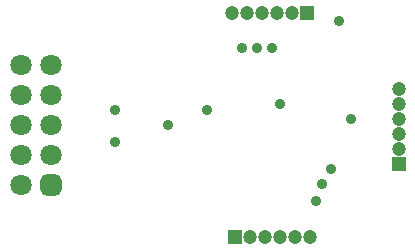
<source format=gbr>
%TF.GenerationSoftware,Altium Limited,Altium Designer,23.1.1 (15)*%
G04 Layer_Color=16711935*
%FSLAX45Y45*%
%MOMM*%
%TF.SameCoordinates,911EB459-FC51-413D-8FB5-29AF24146691*%
%TF.FilePolarity,Negative*%
%TF.FileFunction,Soldermask,Bot*%
%TF.Part,Single*%
G01*
G75*
%TA.AperFunction,ComponentPad*%
%ADD31R,1.20320X1.20320*%
%ADD32C,1.20320*%
%ADD33C,1.80320*%
G04:AMPARAMS|DCode=34|XSize=1.8032mm|YSize=1.8032mm|CornerRadius=0.5016mm|HoleSize=0mm|Usage=FLASHONLY|Rotation=90.000|XOffset=0mm|YOffset=0mm|HoleType=Round|Shape=RoundedRectangle|*
%AMROUNDEDRECTD34*
21,1,1.80320,0.80000,0,0,90.0*
21,1,0.80000,1.80320,0,0,90.0*
1,1,1.00320,0.40000,0.40000*
1,1,1.00320,0.40000,-0.40000*
1,1,1.00320,-0.40000,-0.40000*
1,1,1.00320,-0.40000,0.40000*
%
%ADD34ROUNDEDRECTD34*%
%ADD35R,1.20320X1.20320*%
%TA.AperFunction,ViaPad*%
%ADD36C,0.91440*%
D31*
X2927000Y2100000D02*
D03*
X2319000Y200000D02*
D03*
D32*
X2800000Y2100000D02*
D03*
X2673000D02*
D03*
X2546000D02*
D03*
X2419000D02*
D03*
X2292000D02*
D03*
X2446000Y200000D02*
D03*
X2573000D02*
D03*
X2700000D02*
D03*
X2827000D02*
D03*
X2954000D02*
D03*
X3700000Y946000D02*
D03*
Y1073000D02*
D03*
Y1200000D02*
D03*
Y1327000D02*
D03*
Y1454000D02*
D03*
D33*
X500000Y1654000D02*
D03*
Y1400000D02*
D03*
X754000Y1654000D02*
D03*
Y1400000D02*
D03*
X500000Y1146000D02*
D03*
X754000D02*
D03*
X500000Y892000D02*
D03*
X754000D02*
D03*
X500000Y638000D02*
D03*
D34*
X754000D02*
D03*
D35*
X3700000Y819000D02*
D03*
D36*
X3300000Y1200000D02*
D03*
X2075000Y1275000D02*
D03*
X2375000Y1800000D02*
D03*
X1300000Y1000000D02*
D03*
Y1275000D02*
D03*
X2500000Y1800000D02*
D03*
X2625000D02*
D03*
X3200000Y2025000D02*
D03*
X2700000Y1325000D02*
D03*
X1750000Y1150000D02*
D03*
X3125000Y775000D02*
D03*
X3000000Y500000D02*
D03*
X3050000Y650000D02*
D03*
%TF.MD5,989be261599386670d0a886570c615d7*%
M02*

</source>
